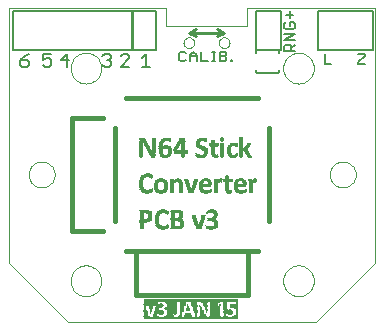
<source format=gto>
G75*
G70*
%OFA0B0*%
%FSLAX24Y24*%
%IPPOS*%
%LPD*%
%AMOC8*
5,1,8,0,0,1.08239X$1,22.5*
%
%ADD10C,0.0000*%
%ADD11C,0.0080*%
%ADD12C,0.0100*%
%ADD13C,0.0060*%
%ADD14C,0.0070*%
%ADD15R,0.3131X0.0006*%
%ADD16R,0.0535X0.0006*%
%ADD17R,0.0403X0.0006*%
%ADD18R,0.1726X0.0006*%
%ADD19R,0.0208X0.0006*%
%ADD20R,0.0183X0.0006*%
%ADD21R,0.0220X0.0006*%
%ADD22R,0.0346X0.0006*%
%ADD23R,0.0126X0.0006*%
%ADD24R,0.0296X0.0006*%
%ADD25R,0.0076X0.0006*%
%ADD26R,0.0239X0.0006*%
%ADD27R,0.0384X0.0006*%
%ADD28R,0.0151X0.0006*%
%ADD29R,0.0176X0.0006*%
%ADD30R,0.0170X0.0006*%
%ADD31R,0.0315X0.0006*%
%ADD32R,0.0094X0.0006*%
%ADD33R,0.0271X0.0006*%
%ADD34R,0.0057X0.0006*%
%ADD35R,0.0214X0.0006*%
%ADD36R,0.0365X0.0006*%
%ADD37R,0.0120X0.0006*%
%ADD38R,0.0157X0.0006*%
%ADD39R,0.0164X0.0006*%
%ADD40R,0.0302X0.0006*%
%ADD41R,0.0088X0.0006*%
%ADD42R,0.0202X0.0006*%
%ADD43R,0.0359X0.0006*%
%ADD44R,0.0101X0.0006*%
%ADD45R,0.0145X0.0006*%
%ADD46R,0.0283X0.0006*%
%ADD47R,0.0265X0.0006*%
%ADD48R,0.0353X0.0006*%
%ADD49R,0.0132X0.0006*%
%ADD50R,0.0139X0.0006*%
%ADD51R,0.0258X0.0006*%
%ADD52R,0.0195X0.0006*%
%ADD53R,0.0189X0.0006*%
%ADD54R,0.0082X0.0006*%
%ADD55R,0.0113X0.0006*%
%ADD56R,0.0069X0.0006*%
%ADD57R,0.0252X0.0006*%
%ADD58R,0.0107X0.0006*%
%ADD59R,0.0246X0.0006*%
%ADD60R,0.0063X0.0006*%
%ADD61R,0.0233X0.0006*%
%ADD62R,0.0227X0.0006*%
%ADD63R,0.0038X0.0006*%
%ADD64R,0.0006X0.0006*%
%ADD65R,0.0290X0.0006*%
%ADD66R,0.0321X0.0006*%
%ADD67R,0.0019X0.0006*%
%ADD68R,0.0050X0.0006*%
%ADD69R,0.0031X0.0006*%
%ADD70R,0.0309X0.0006*%
%ADD71R,0.0044X0.0006*%
%ADD72R,0.0013X0.0006*%
%ADD73R,0.0277X0.0006*%
%ADD74R,0.0025X0.0006*%
%ADD75R,0.0328X0.0006*%
%ADD76R,0.0334X0.0006*%
%ADD77R,0.0340X0.0006*%
%ADD78R,0.0372X0.0006*%
%ADD79R,0.0428X0.0006*%
%ADD80R,0.0409X0.0006*%
%ADD81R,0.0397X0.0006*%
%ADD82R,0.0378X0.0006*%
%ADD83R,0.0643X0.0006*%
%ADD84R,0.0636X0.0006*%
%ADD85R,0.0460X0.0006*%
%ADD86R,0.0454X0.0006*%
%ADD87R,0.0466X0.0006*%
%ADD88R,0.0472X0.0006*%
%ADD89R,0.0485X0.0006*%
%ADD90R,0.0498X0.0006*%
%ADD91R,0.0510X0.0006*%
%ADD92R,0.0435X0.0006*%
%ADD93R,0.0561X0.0006*%
%ADD94R,0.2488X0.0006*%
%ADD95C,0.0160*%
%ADD96R,0.0152X0.0014*%
%ADD97R,0.0097X0.0014*%
%ADD98R,0.0235X0.0014*%
%ADD99R,0.0276X0.0014*%
%ADD100R,0.0152X0.0014*%
%ADD101R,0.0249X0.0014*%
%ADD102R,0.0124X0.0014*%
%ADD103R,0.0290X0.0014*%
%ADD104R,0.0332X0.0014*%
%ADD105R,0.0166X0.0014*%
%ADD106R,0.0304X0.0014*%
%ADD107R,0.0345X0.0014*%
%ADD108R,0.0373X0.0014*%
%ADD109R,0.0193X0.0014*%
%ADD110R,0.0345X0.0014*%
%ADD111R,0.0387X0.0014*%
%ADD112R,0.0359X0.0014*%
%ADD113R,0.0401X0.0014*%
%ADD114R,0.0373X0.0014*%
%ADD115R,0.0414X0.0014*%
%ADD116R,0.0221X0.0014*%
%ADD117R,0.0387X0.0014*%
%ADD118R,0.0428X0.0014*%
%ADD119R,0.0180X0.0014*%
%ADD120R,0.0193X0.0014*%
%ADD121R,0.0111X0.0014*%
%ADD122R,0.0055X0.0014*%
%ADD123R,0.0166X0.0014*%
%ADD124R,0.0083X0.0014*%
%ADD125R,0.0028X0.0014*%
%ADD126R,0.0152X0.0014*%
%ADD127R,0.0180X0.0014*%
%ADD128R,0.0055X0.0014*%
%ADD129R,0.0138X0.0014*%
%ADD130R,0.0028X0.0014*%
%ADD131R,0.0249X0.0014*%
%ADD132R,0.0332X0.0014*%
%ADD133R,0.0207X0.0014*%
%ADD134R,0.0318X0.0014*%
%ADD135R,0.0124X0.0014*%
%ADD136R,0.0262X0.0014*%
%ADD137R,0.0124X0.0014*%
%ADD138R,0.0152X0.0014*%
%ADD139R,0.0138X0.0014*%
%ADD140R,0.0166X0.0014*%
%ADD141R,0.0124X0.0014*%
%ADD142R,0.0138X0.0014*%
%ADD143R,0.0111X0.0014*%
%ADD144R,0.0069X0.0014*%
%ADD145R,0.0359X0.0014*%
%ADD146R,0.0221X0.0014*%
%ADD147R,0.0207X0.0014*%
%ADD148R,0.0235X0.0014*%
%ADD149R,0.0097X0.0014*%
%ADD150R,0.0290X0.0014*%
%ADD151R,0.0041X0.0014*%
%ADD152R,0.0014X0.0014*%
%ADD153R,0.0318X0.0014*%
%ADD154R,0.0083X0.0014*%
%ADD155R,0.0028X0.0014*%
%ADD156R,0.0166X0.0014*%
%ADD157R,0.0055X0.0014*%
%ADD158R,0.0193X0.0014*%
%ADD159R,0.0111X0.0014*%
%ADD160R,0.0124X0.0014*%
%ADD161R,0.0401X0.0014*%
%ADD162R,0.0470X0.0014*%
%ADD163R,0.0497X0.0014*%
%ADD164R,0.0304X0.0014*%
D10*
X000150Y002119D02*
X002119Y000150D01*
X010386Y000150D01*
X012355Y002119D01*
X012355Y010622D01*
X008063Y010622D01*
X008063Y010032D01*
X005386Y010032D01*
X005386Y010622D01*
X000150Y010622D01*
X000150Y002119D01*
X002197Y001528D02*
X002199Y001573D01*
X002205Y001617D01*
X002214Y001661D01*
X002228Y001703D01*
X002245Y001744D01*
X002266Y001784D01*
X002290Y001822D01*
X002317Y001857D01*
X002347Y001890D01*
X002380Y001920D01*
X002415Y001947D01*
X002453Y001971D01*
X002493Y001992D01*
X002534Y002009D01*
X002576Y002023D01*
X002620Y002032D01*
X002664Y002038D01*
X002709Y002040D01*
X002754Y002038D01*
X002798Y002032D01*
X002842Y002023D01*
X002884Y002009D01*
X002925Y001992D01*
X002965Y001971D01*
X003003Y001947D01*
X003038Y001920D01*
X003071Y001890D01*
X003101Y001857D01*
X003128Y001822D01*
X003152Y001784D01*
X003173Y001744D01*
X003190Y001703D01*
X003204Y001661D01*
X003213Y001617D01*
X003219Y001573D01*
X003221Y001528D01*
X003219Y001483D01*
X003213Y001439D01*
X003204Y001395D01*
X003190Y001353D01*
X003173Y001312D01*
X003152Y001272D01*
X003128Y001234D01*
X003101Y001199D01*
X003071Y001166D01*
X003038Y001136D01*
X003003Y001109D01*
X002965Y001085D01*
X002925Y001064D01*
X002884Y001047D01*
X002842Y001033D01*
X002798Y001024D01*
X002754Y001018D01*
X002709Y001016D01*
X002664Y001018D01*
X002620Y001024D01*
X002576Y001033D01*
X002534Y001047D01*
X002493Y001064D01*
X002453Y001085D01*
X002415Y001109D01*
X002380Y001136D01*
X002347Y001166D01*
X002317Y001199D01*
X002290Y001234D01*
X002266Y001272D01*
X002245Y001312D01*
X002228Y001353D01*
X002214Y001395D01*
X002205Y001439D01*
X002199Y001483D01*
X002197Y001528D01*
X000800Y005071D02*
X000802Y005112D01*
X000808Y005153D01*
X000818Y005193D01*
X000831Y005232D01*
X000848Y005269D01*
X000869Y005305D01*
X000893Y005339D01*
X000920Y005370D01*
X000949Y005398D01*
X000982Y005424D01*
X001016Y005446D01*
X001053Y005465D01*
X001091Y005480D01*
X001131Y005492D01*
X001171Y005500D01*
X001212Y005504D01*
X001254Y005504D01*
X001295Y005500D01*
X001335Y005492D01*
X001375Y005480D01*
X001413Y005465D01*
X001449Y005446D01*
X001484Y005424D01*
X001517Y005398D01*
X001546Y005370D01*
X001573Y005339D01*
X001597Y005305D01*
X001618Y005269D01*
X001635Y005232D01*
X001648Y005193D01*
X001658Y005153D01*
X001664Y005112D01*
X001666Y005071D01*
X001664Y005030D01*
X001658Y004989D01*
X001648Y004949D01*
X001635Y004910D01*
X001618Y004873D01*
X001597Y004837D01*
X001573Y004803D01*
X001546Y004772D01*
X001517Y004744D01*
X001484Y004718D01*
X001450Y004696D01*
X001413Y004677D01*
X001375Y004662D01*
X001335Y004650D01*
X001295Y004642D01*
X001254Y004638D01*
X001212Y004638D01*
X001171Y004642D01*
X001131Y004650D01*
X001091Y004662D01*
X001053Y004677D01*
X001017Y004696D01*
X000982Y004718D01*
X000949Y004744D01*
X000920Y004772D01*
X000893Y004803D01*
X000869Y004837D01*
X000848Y004873D01*
X000831Y004910D01*
X000818Y004949D01*
X000808Y004989D01*
X000802Y005030D01*
X000800Y005071D01*
X002197Y008615D02*
X002199Y008660D01*
X002205Y008704D01*
X002214Y008748D01*
X002228Y008790D01*
X002245Y008831D01*
X002266Y008871D01*
X002290Y008909D01*
X002317Y008944D01*
X002347Y008977D01*
X002380Y009007D01*
X002415Y009034D01*
X002453Y009058D01*
X002493Y009079D01*
X002534Y009096D01*
X002576Y009110D01*
X002620Y009119D01*
X002664Y009125D01*
X002709Y009127D01*
X002754Y009125D01*
X002798Y009119D01*
X002842Y009110D01*
X002884Y009096D01*
X002925Y009079D01*
X002965Y009058D01*
X003003Y009034D01*
X003038Y009007D01*
X003071Y008977D01*
X003101Y008944D01*
X003128Y008909D01*
X003152Y008871D01*
X003173Y008831D01*
X003190Y008790D01*
X003204Y008748D01*
X003213Y008704D01*
X003219Y008660D01*
X003221Y008615D01*
X003219Y008570D01*
X003213Y008526D01*
X003204Y008482D01*
X003190Y008440D01*
X003173Y008399D01*
X003152Y008359D01*
X003128Y008321D01*
X003101Y008286D01*
X003071Y008253D01*
X003038Y008223D01*
X003003Y008196D01*
X002965Y008172D01*
X002925Y008151D01*
X002884Y008134D01*
X002842Y008120D01*
X002798Y008111D01*
X002754Y008105D01*
X002709Y008103D01*
X002664Y008105D01*
X002620Y008111D01*
X002576Y008120D01*
X002534Y008134D01*
X002493Y008151D01*
X002453Y008172D01*
X002415Y008196D01*
X002380Y008223D01*
X002347Y008253D01*
X002317Y008286D01*
X002290Y008321D01*
X002266Y008359D01*
X002245Y008399D01*
X002228Y008440D01*
X002214Y008482D01*
X002205Y008526D01*
X002199Y008570D01*
X002197Y008615D01*
X005961Y009465D02*
X005963Y009491D01*
X005969Y009517D01*
X005979Y009542D01*
X005992Y009565D01*
X006008Y009585D01*
X006028Y009603D01*
X006050Y009618D01*
X006073Y009630D01*
X006099Y009638D01*
X006125Y009642D01*
X006151Y009642D01*
X006177Y009638D01*
X006203Y009630D01*
X006227Y009618D01*
X006248Y009603D01*
X006268Y009585D01*
X006284Y009565D01*
X006297Y009542D01*
X006307Y009517D01*
X006313Y009491D01*
X006315Y009465D01*
X006313Y009439D01*
X006307Y009413D01*
X006297Y009388D01*
X006284Y009365D01*
X006268Y009345D01*
X006248Y009327D01*
X006226Y009312D01*
X006203Y009300D01*
X006177Y009292D01*
X006151Y009288D01*
X006125Y009288D01*
X006099Y009292D01*
X006073Y009300D01*
X006049Y009312D01*
X006028Y009327D01*
X006008Y009345D01*
X005992Y009365D01*
X005979Y009388D01*
X005969Y009413D01*
X005963Y009439D01*
X005961Y009465D01*
X007142Y009465D02*
X007144Y009491D01*
X007150Y009517D01*
X007160Y009542D01*
X007173Y009565D01*
X007189Y009585D01*
X007209Y009603D01*
X007231Y009618D01*
X007254Y009630D01*
X007280Y009638D01*
X007306Y009642D01*
X007332Y009642D01*
X007358Y009638D01*
X007384Y009630D01*
X007408Y009618D01*
X007429Y009603D01*
X007449Y009585D01*
X007465Y009565D01*
X007478Y009542D01*
X007488Y009517D01*
X007494Y009491D01*
X007496Y009465D01*
X007494Y009439D01*
X007488Y009413D01*
X007478Y009388D01*
X007465Y009365D01*
X007449Y009345D01*
X007429Y009327D01*
X007407Y009312D01*
X007384Y009300D01*
X007358Y009292D01*
X007332Y009288D01*
X007306Y009288D01*
X007280Y009292D01*
X007254Y009300D01*
X007230Y009312D01*
X007209Y009327D01*
X007189Y009345D01*
X007173Y009365D01*
X007160Y009388D01*
X007150Y009413D01*
X007144Y009439D01*
X007142Y009465D01*
X009284Y008615D02*
X009286Y008660D01*
X009292Y008704D01*
X009301Y008748D01*
X009315Y008790D01*
X009332Y008831D01*
X009353Y008871D01*
X009377Y008909D01*
X009404Y008944D01*
X009434Y008977D01*
X009467Y009007D01*
X009502Y009034D01*
X009540Y009058D01*
X009580Y009079D01*
X009621Y009096D01*
X009663Y009110D01*
X009707Y009119D01*
X009751Y009125D01*
X009796Y009127D01*
X009841Y009125D01*
X009885Y009119D01*
X009929Y009110D01*
X009971Y009096D01*
X010012Y009079D01*
X010052Y009058D01*
X010090Y009034D01*
X010125Y009007D01*
X010158Y008977D01*
X010188Y008944D01*
X010215Y008909D01*
X010239Y008871D01*
X010260Y008831D01*
X010277Y008790D01*
X010291Y008748D01*
X010300Y008704D01*
X010306Y008660D01*
X010308Y008615D01*
X010306Y008570D01*
X010300Y008526D01*
X010291Y008482D01*
X010277Y008440D01*
X010260Y008399D01*
X010239Y008359D01*
X010215Y008321D01*
X010188Y008286D01*
X010158Y008253D01*
X010125Y008223D01*
X010090Y008196D01*
X010052Y008172D01*
X010012Y008151D01*
X009971Y008134D01*
X009929Y008120D01*
X009885Y008111D01*
X009841Y008105D01*
X009796Y008103D01*
X009751Y008105D01*
X009707Y008111D01*
X009663Y008120D01*
X009621Y008134D01*
X009580Y008151D01*
X009540Y008172D01*
X009502Y008196D01*
X009467Y008223D01*
X009434Y008253D01*
X009404Y008286D01*
X009377Y008321D01*
X009353Y008359D01*
X009332Y008399D01*
X009315Y008440D01*
X009301Y008482D01*
X009292Y008526D01*
X009286Y008570D01*
X009284Y008615D01*
X010839Y005071D02*
X010841Y005112D01*
X010847Y005153D01*
X010857Y005193D01*
X010870Y005232D01*
X010887Y005269D01*
X010908Y005305D01*
X010932Y005339D01*
X010959Y005370D01*
X010988Y005398D01*
X011021Y005424D01*
X011055Y005446D01*
X011092Y005465D01*
X011130Y005480D01*
X011170Y005492D01*
X011210Y005500D01*
X011251Y005504D01*
X011293Y005504D01*
X011334Y005500D01*
X011374Y005492D01*
X011414Y005480D01*
X011452Y005465D01*
X011488Y005446D01*
X011523Y005424D01*
X011556Y005398D01*
X011585Y005370D01*
X011612Y005339D01*
X011636Y005305D01*
X011657Y005269D01*
X011674Y005232D01*
X011687Y005193D01*
X011697Y005153D01*
X011703Y005112D01*
X011705Y005071D01*
X011703Y005030D01*
X011697Y004989D01*
X011687Y004949D01*
X011674Y004910D01*
X011657Y004873D01*
X011636Y004837D01*
X011612Y004803D01*
X011585Y004772D01*
X011556Y004744D01*
X011523Y004718D01*
X011489Y004696D01*
X011452Y004677D01*
X011414Y004662D01*
X011374Y004650D01*
X011334Y004642D01*
X011293Y004638D01*
X011251Y004638D01*
X011210Y004642D01*
X011170Y004650D01*
X011130Y004662D01*
X011092Y004677D01*
X011056Y004696D01*
X011021Y004718D01*
X010988Y004744D01*
X010959Y004772D01*
X010932Y004803D01*
X010908Y004837D01*
X010887Y004873D01*
X010870Y004910D01*
X010857Y004949D01*
X010847Y004989D01*
X010841Y005030D01*
X010839Y005071D01*
X009284Y001528D02*
X009286Y001573D01*
X009292Y001617D01*
X009301Y001661D01*
X009315Y001703D01*
X009332Y001744D01*
X009353Y001784D01*
X009377Y001822D01*
X009404Y001857D01*
X009434Y001890D01*
X009467Y001920D01*
X009502Y001947D01*
X009540Y001971D01*
X009580Y001992D01*
X009621Y002009D01*
X009663Y002023D01*
X009707Y002032D01*
X009751Y002038D01*
X009796Y002040D01*
X009841Y002038D01*
X009885Y002032D01*
X009929Y002023D01*
X009971Y002009D01*
X010012Y001992D01*
X010052Y001971D01*
X010090Y001947D01*
X010125Y001920D01*
X010158Y001890D01*
X010188Y001857D01*
X010215Y001822D01*
X010239Y001784D01*
X010260Y001744D01*
X010277Y001703D01*
X010291Y001661D01*
X010300Y001617D01*
X010306Y001573D01*
X010308Y001528D01*
X010306Y001483D01*
X010300Y001439D01*
X010291Y001395D01*
X010277Y001353D01*
X010260Y001312D01*
X010239Y001272D01*
X010215Y001234D01*
X010188Y001199D01*
X010158Y001166D01*
X010125Y001136D01*
X010090Y001109D01*
X010052Y001085D01*
X010012Y001064D01*
X009971Y001047D01*
X009929Y001033D01*
X009885Y001024D01*
X009841Y001018D01*
X009796Y001016D01*
X009751Y001018D01*
X009707Y001024D01*
X009663Y001033D01*
X009621Y001047D01*
X009580Y001064D01*
X009540Y001085D01*
X009502Y001109D01*
X009467Y001136D01*
X009434Y001166D01*
X009404Y001199D01*
X009377Y001234D01*
X009353Y001272D01*
X009332Y001312D01*
X009315Y001353D01*
X009301Y001395D01*
X009292Y001439D01*
X009286Y001483D01*
X009284Y001528D01*
D11*
X009074Y008443D02*
X008444Y008443D01*
X008428Y008448D01*
X008412Y008456D01*
X008398Y008466D01*
X008386Y008478D01*
X008376Y008493D01*
X008369Y008509D01*
X008365Y008526D01*
X008364Y008543D01*
X008366Y008561D01*
X008366Y009112D02*
X008364Y009130D01*
X008365Y009147D01*
X008369Y009164D01*
X008376Y009180D01*
X008386Y009195D01*
X008398Y009207D01*
X008412Y009217D01*
X008428Y009225D01*
X008444Y009230D01*
X009074Y009230D01*
X009075Y009230D02*
X009091Y009225D01*
X009107Y009217D01*
X009121Y009207D01*
X009133Y009195D01*
X009143Y009180D01*
X009150Y009164D01*
X009154Y009147D01*
X009155Y009130D01*
X009153Y009112D01*
X009197Y009225D02*
X008370Y009225D01*
X008370Y010524D01*
X009197Y010524D01*
X009197Y009225D01*
X009153Y008561D02*
X009155Y008543D01*
X009154Y008526D01*
X009150Y008509D01*
X009143Y008493D01*
X009133Y008478D01*
X009121Y008466D01*
X009107Y008456D01*
X009091Y008448D01*
X009075Y008443D01*
X010457Y009225D02*
X010457Y010524D01*
X012284Y010524D01*
X012284Y009225D01*
X010457Y009225D01*
X005044Y009221D02*
X000280Y009221D01*
X000280Y010520D01*
X005044Y010520D01*
X005044Y009221D01*
X004718Y009087D02*
X004718Y008666D01*
X004578Y008666D02*
X004858Y008666D01*
X004578Y008947D02*
X004718Y009087D01*
X004149Y009017D02*
X004149Y008947D01*
X003869Y008666D01*
X004149Y008666D01*
X004149Y009017D02*
X004079Y009087D01*
X003939Y009087D01*
X003869Y009017D01*
X003539Y009017D02*
X003539Y008947D01*
X003469Y008877D01*
X003539Y008806D01*
X003539Y008736D01*
X003469Y008666D01*
X003329Y008666D01*
X003259Y008736D01*
X003399Y008877D02*
X003469Y008877D01*
X003539Y009017D02*
X003469Y009087D01*
X003329Y009087D01*
X003259Y009017D01*
X002161Y008877D02*
X001881Y008877D01*
X002091Y009087D01*
X002091Y008666D01*
X001551Y008736D02*
X001481Y008666D01*
X001341Y008666D01*
X001271Y008736D01*
X001271Y008877D02*
X001411Y008947D01*
X001481Y008947D01*
X001551Y008877D01*
X001551Y008736D01*
X001271Y008877D02*
X001271Y009087D01*
X001551Y009087D01*
X000803Y009087D02*
X000663Y009017D01*
X000523Y008877D01*
X000733Y008877D01*
X000803Y008806D01*
X000803Y008736D01*
X000733Y008666D01*
X000593Y008666D01*
X000523Y008736D01*
X000523Y008877D01*
D12*
X004244Y009264D02*
X004244Y010504D01*
X006134Y009796D02*
X006370Y009678D01*
X006370Y009914D02*
X006134Y009796D01*
X007315Y009796D01*
X007079Y009914D01*
X007079Y009678D02*
X007315Y009796D01*
D13*
X009327Y009771D02*
X009667Y009771D01*
X009327Y009544D01*
X009667Y009544D01*
X009667Y009403D02*
X009554Y009289D01*
X009554Y009346D02*
X009497Y009403D01*
X009384Y009403D01*
X009327Y009346D01*
X009327Y009176D01*
X009667Y009176D01*
X009554Y009176D02*
X009554Y009346D01*
X009611Y009912D02*
X009384Y009912D01*
X009327Y009969D01*
X009327Y010082D01*
X009384Y010139D01*
X009497Y010139D02*
X009497Y010026D01*
X009497Y010139D02*
X009611Y010139D01*
X009667Y010082D01*
X009667Y009969D01*
X009611Y009912D01*
X009497Y010281D02*
X009497Y010507D01*
X009384Y010394D02*
X009611Y010394D01*
D14*
X010673Y009092D02*
X010673Y008761D01*
X010893Y008761D01*
X011778Y008761D02*
X011998Y008761D01*
X011778Y008761D02*
X011778Y008816D01*
X011998Y009037D01*
X011998Y009092D01*
X011778Y009092D01*
X007586Y008895D02*
X007586Y008840D01*
X007531Y008840D01*
X007531Y008895D01*
X007586Y008895D01*
X007383Y008895D02*
X007383Y008950D01*
X007328Y009005D01*
X007163Y009005D01*
X007163Y008840D02*
X007328Y008840D01*
X007383Y008895D01*
X007328Y009005D02*
X007383Y009060D01*
X007383Y009115D01*
X007328Y009170D01*
X007163Y009170D01*
X007163Y008840D01*
X007027Y008840D02*
X006917Y008840D01*
X006972Y008840D02*
X006972Y009170D01*
X006917Y009170D02*
X007027Y009170D01*
X006769Y008840D02*
X006549Y008840D01*
X006549Y009170D01*
X006401Y009060D02*
X006401Y008840D01*
X006401Y009005D02*
X006181Y009005D01*
X006181Y009060D02*
X006181Y008840D01*
X006032Y008895D02*
X005977Y008840D01*
X005867Y008840D01*
X005812Y008895D01*
X005812Y009115D01*
X005867Y009170D01*
X005977Y009170D01*
X006032Y009115D01*
X006181Y009060D02*
X006291Y009170D01*
X006401Y009060D01*
D15*
X006207Y000878D03*
X006207Y000871D03*
X006207Y000865D03*
X006207Y000859D03*
X006207Y000852D03*
X006207Y000846D03*
X006207Y000840D03*
X006207Y000833D03*
X006207Y000298D03*
X006207Y000292D03*
X006207Y000285D03*
X006207Y000279D03*
X006207Y000273D03*
X006207Y000267D03*
X006207Y000260D03*
X006207Y000254D03*
D16*
X004910Y000304D03*
X004910Y000821D03*
D17*
X005537Y000575D03*
X005474Y000304D03*
D18*
X006614Y000304D03*
D19*
X006119Y000411D03*
X006119Y000418D03*
X006315Y000758D03*
X006315Y000764D03*
X006315Y000770D03*
X005949Y000802D03*
X005949Y000808D03*
X005156Y000632D03*
X005149Y000626D03*
X007669Y000304D03*
D20*
X007499Y000411D03*
X006661Y000802D03*
X006327Y000701D03*
X006327Y000695D03*
X006327Y000689D03*
X005937Y000726D03*
X005937Y000733D03*
X005937Y000739D03*
X006604Y000355D03*
X005200Y000411D03*
X004733Y000311D03*
D21*
X005036Y000311D03*
X005162Y000644D03*
X005168Y000651D03*
X005168Y000657D03*
X005521Y000399D03*
X005521Y000393D03*
X005527Y000405D03*
X006119Y000399D03*
X006119Y000393D03*
X006308Y000796D03*
X006308Y000802D03*
X006655Y000821D03*
D22*
X007020Y000808D03*
X005565Y000752D03*
X005565Y000745D03*
X005565Y000739D03*
X005565Y000670D03*
X005565Y000663D03*
X005565Y000657D03*
X005565Y000651D03*
X005565Y000544D03*
X005477Y000311D03*
D23*
X005833Y000311D03*
X006122Y000537D03*
X005908Y000569D03*
X005908Y000575D03*
X005908Y000581D03*
X006356Y000537D03*
X006356Y000531D03*
X006576Y000462D03*
X006576Y000456D03*
X006689Y000701D03*
X007363Y000821D03*
X005020Y000361D03*
X005020Y000355D03*
X005020Y000348D03*
X004705Y000424D03*
X004705Y000430D03*
X004705Y000437D03*
D24*
X005149Y000481D03*
X005149Y000487D03*
X006119Y000311D03*
X007455Y000430D03*
X007455Y000437D03*
X007455Y000500D03*
X007455Y000506D03*
D25*
X007735Y000569D03*
X007735Y000386D03*
X007735Y000380D03*
X007162Y000676D03*
X006715Y000613D03*
X006715Y000607D03*
X006551Y000556D03*
X006551Y000550D03*
X006381Y000399D03*
X006381Y000393D03*
X006381Y000386D03*
X006393Y000311D03*
X006122Y000613D03*
X005883Y000437D03*
X005883Y000430D03*
X005852Y000342D03*
X005852Y000336D03*
X005845Y000330D03*
X004680Y000575D03*
X004680Y000581D03*
X004680Y000588D03*
D26*
X005133Y000525D03*
X005511Y000367D03*
X006122Y000367D03*
X005952Y000821D03*
X006311Y000815D03*
X006620Y000311D03*
X006967Y000676D03*
X006967Y000682D03*
X006967Y000689D03*
X006967Y000695D03*
X006967Y000701D03*
X006967Y000707D03*
X006967Y000714D03*
X006967Y000720D03*
X006967Y000726D03*
X006967Y000733D03*
D27*
X007026Y000821D03*
X007020Y000311D03*
X005546Y000569D03*
X005546Y000600D03*
X005546Y000802D03*
D28*
X005203Y000720D03*
X004718Y000361D03*
X004718Y000355D03*
X004718Y000348D03*
X005921Y000638D03*
X005921Y000644D03*
X005921Y000651D03*
X006343Y000613D03*
X006343Y000607D03*
X006343Y000600D03*
X006589Y000418D03*
X006589Y000411D03*
X006677Y000745D03*
X006677Y000752D03*
X007370Y000311D03*
D29*
X007685Y000311D03*
X007685Y000626D03*
X006664Y000789D03*
X006664Y000796D03*
X006330Y000682D03*
X006330Y000676D03*
X006330Y000670D03*
X005933Y000714D03*
X005933Y000720D03*
X006601Y000367D03*
X006601Y000361D03*
X005133Y000613D03*
X005033Y000317D03*
D30*
X004727Y000317D03*
X004878Y000676D03*
X004878Y000682D03*
X005930Y000695D03*
X005930Y000701D03*
X005930Y000707D03*
X006333Y000663D03*
X006333Y000657D03*
X006333Y000651D03*
X006598Y000380D03*
X006598Y000374D03*
X006667Y000783D03*
D31*
X005581Y000487D03*
X005581Y000481D03*
X005581Y000474D03*
X005581Y000468D03*
X005581Y000462D03*
X005581Y000456D03*
X005581Y000449D03*
X005581Y000443D03*
X005581Y000437D03*
X005581Y000430D03*
X005574Y000418D03*
X005574Y000411D03*
X005480Y000317D03*
X005140Y000424D03*
X005140Y000430D03*
X005133Y000418D03*
X005146Y000443D03*
X005146Y000449D03*
X005146Y000456D03*
D32*
X005086Y000594D03*
X004878Y000569D03*
X004878Y000563D03*
X004878Y000556D03*
X004689Y000531D03*
X004689Y000525D03*
X004689Y000519D03*
X005836Y000317D03*
X005893Y000481D03*
X005893Y000487D03*
X005893Y000493D03*
X006119Y000581D03*
X006119Y000588D03*
X006371Y000449D03*
X006371Y000443D03*
X006560Y000519D03*
X006560Y000525D03*
X006705Y000638D03*
X006705Y000644D03*
X007726Y000361D03*
D33*
X007637Y000632D03*
X007637Y000638D03*
X007637Y000644D03*
X007637Y000651D03*
X007637Y000657D03*
X007637Y000663D03*
X007637Y000670D03*
X007637Y000676D03*
X007637Y000682D03*
X007637Y000689D03*
X007637Y000695D03*
X007637Y000701D03*
X007637Y000707D03*
X007637Y000714D03*
X007637Y000720D03*
X007637Y000726D03*
X007637Y000733D03*
X006982Y000758D03*
X006119Y000323D03*
X006119Y000317D03*
X005496Y000336D03*
X005143Y000512D03*
D34*
X005212Y000745D03*
X004878Y000506D03*
X004878Y000500D03*
X004878Y000493D03*
X004670Y000632D03*
X004670Y000638D03*
X004670Y000644D03*
X004670Y000689D03*
X006119Y000651D03*
X006119Y000644D03*
X006119Y000638D03*
X006390Y000348D03*
X006390Y000342D03*
X006390Y000336D03*
X006390Y000330D03*
X006390Y000323D03*
X006390Y000317D03*
X006541Y000588D03*
X006541Y000594D03*
X006724Y000575D03*
X006724Y000569D03*
X007171Y000689D03*
X007744Y000537D03*
X007744Y000531D03*
X007744Y000525D03*
X007744Y000519D03*
X007744Y000437D03*
X007744Y000430D03*
X007744Y000424D03*
X007744Y000418D03*
D35*
X006620Y000317D03*
X006122Y000405D03*
X006311Y000777D03*
X006311Y000783D03*
X006311Y000789D03*
X005952Y000815D03*
X005159Y000638D03*
X005121Y000531D03*
D36*
X005556Y000556D03*
X005556Y000619D03*
X005556Y000783D03*
X007017Y000317D03*
D37*
X007367Y000317D03*
X007367Y000544D03*
X007713Y000607D03*
X007713Y000336D03*
X006693Y000689D03*
X006693Y000695D03*
X006573Y000474D03*
X006573Y000468D03*
X006359Y000512D03*
X006359Y000519D03*
X006359Y000525D03*
X006119Y000544D03*
X006119Y000550D03*
X005905Y000550D03*
X005905Y000556D03*
X005905Y000563D03*
X005080Y000544D03*
X005080Y000537D03*
X005023Y000380D03*
X005023Y000374D03*
X005023Y000367D03*
X004878Y000594D03*
X004878Y000600D03*
X004878Y000607D03*
X004878Y000613D03*
X004702Y000456D03*
X004702Y000449D03*
X004702Y000443D03*
D38*
X004721Y000342D03*
X004721Y000336D03*
X004721Y000330D03*
X005023Y000323D03*
X004878Y000657D03*
X004878Y000663D03*
X004878Y000670D03*
X005924Y000670D03*
X005924Y000663D03*
X005924Y000657D03*
X006340Y000626D03*
X006340Y000619D03*
X006592Y000405D03*
X006592Y000399D03*
X006674Y000758D03*
X006674Y000764D03*
X007694Y000317D03*
D39*
X007502Y000405D03*
X006670Y000770D03*
X006670Y000777D03*
X006337Y000644D03*
X006337Y000638D03*
X006337Y000632D03*
X006595Y000393D03*
X006595Y000386D03*
X005927Y000676D03*
X005927Y000682D03*
X005927Y000689D03*
X005196Y000714D03*
X005203Y000405D03*
X004724Y000323D03*
D40*
X005486Y000323D03*
X006998Y000777D03*
X007458Y000493D03*
X007458Y000487D03*
X007458Y000481D03*
X007458Y000474D03*
X007458Y000468D03*
X007458Y000462D03*
X007458Y000456D03*
X007458Y000449D03*
X007458Y000443D03*
D41*
X007351Y000411D03*
X007351Y000405D03*
X007351Y000336D03*
X007351Y000330D03*
X007729Y000367D03*
X007729Y000588D03*
X007729Y000739D03*
X007729Y000745D03*
X007729Y000815D03*
X007729Y000821D03*
X007156Y000670D03*
X006708Y000632D03*
X006708Y000626D03*
X006557Y000531D03*
X006374Y000437D03*
X006374Y000430D03*
X006374Y000424D03*
X006122Y000594D03*
X005889Y000474D03*
X005889Y000468D03*
X005889Y000462D03*
X005839Y000323D03*
X005209Y000739D03*
X004686Y000550D03*
X004686Y000544D03*
X004686Y000537D03*
D42*
X005946Y000783D03*
X005946Y000789D03*
X005946Y000796D03*
X006318Y000752D03*
X006318Y000745D03*
X006318Y000739D03*
X006122Y000424D03*
X006614Y000330D03*
X006614Y000323D03*
D43*
X007020Y000323D03*
X007026Y000815D03*
X005559Y000777D03*
X005559Y000770D03*
X005559Y000632D03*
X005559Y000626D03*
D44*
X005896Y000512D03*
X005896Y000506D03*
X005896Y000500D03*
X006122Y000575D03*
X006368Y000468D03*
X006368Y000462D03*
X006368Y000456D03*
X006563Y000506D03*
X006563Y000512D03*
X006702Y000651D03*
X006702Y000657D03*
X007357Y000323D03*
X007722Y000355D03*
X007722Y000594D03*
X005089Y000600D03*
X005089Y000607D03*
X005083Y000588D03*
X005083Y000581D03*
X005083Y000575D03*
X004693Y000512D03*
X004693Y000506D03*
X004693Y000500D03*
D45*
X004715Y000380D03*
X004715Y000374D03*
X004715Y000367D03*
X004878Y000638D03*
X004878Y000644D03*
X004878Y000651D03*
X005023Y000330D03*
X005918Y000619D03*
X005918Y000626D03*
X005918Y000632D03*
X006119Y000512D03*
X006346Y000581D03*
X006346Y000588D03*
X006346Y000594D03*
X006585Y000430D03*
X006585Y000424D03*
X006680Y000733D03*
X006680Y000739D03*
X007505Y000399D03*
X007700Y000323D03*
X007700Y000619D03*
D46*
X007448Y000525D03*
X005489Y000330D03*
X005149Y000500D03*
D47*
X005499Y000342D03*
X006122Y000330D03*
X007439Y000537D03*
D48*
X007023Y000537D03*
X007023Y000531D03*
X007023Y000525D03*
X007023Y000519D03*
X007023Y000512D03*
X007023Y000506D03*
X007023Y000500D03*
X007023Y000493D03*
X007023Y000487D03*
X007023Y000481D03*
X007023Y000474D03*
X007023Y000468D03*
X007023Y000462D03*
X007023Y000456D03*
X007023Y000449D03*
X007023Y000443D03*
X007023Y000437D03*
X007023Y000430D03*
X007023Y000424D03*
X007023Y000418D03*
X007023Y000411D03*
X007023Y000405D03*
X007023Y000399D03*
X007023Y000393D03*
X007023Y000386D03*
X007023Y000380D03*
X007023Y000374D03*
X007023Y000367D03*
X007023Y000361D03*
X007023Y000355D03*
X007023Y000348D03*
X007023Y000342D03*
X007023Y000336D03*
X007023Y000330D03*
X007023Y000544D03*
X007023Y000550D03*
X007023Y000556D03*
X007023Y000563D03*
X007023Y000569D03*
X007023Y000575D03*
X007023Y000581D03*
X007023Y000588D03*
X007023Y000594D03*
X007023Y000600D03*
X007023Y000607D03*
X007023Y000613D03*
X007023Y000619D03*
X007023Y000626D03*
X007023Y000632D03*
X007023Y000638D03*
X007023Y000644D03*
X007023Y000651D03*
X007023Y000657D03*
X007023Y000663D03*
X005562Y000644D03*
X005562Y000638D03*
X005562Y000550D03*
X005562Y000758D03*
X005562Y000764D03*
D49*
X005206Y000726D03*
X004878Y000632D03*
X004878Y000626D03*
X004878Y000619D03*
X004708Y000418D03*
X004708Y000411D03*
X004708Y000405D03*
X005911Y000588D03*
X005911Y000594D03*
X005911Y000600D03*
X006119Y000531D03*
X006119Y000525D03*
X006352Y000544D03*
X006352Y000550D03*
X006352Y000556D03*
X006579Y000449D03*
X006579Y000443D03*
X006686Y000707D03*
X006686Y000714D03*
X007707Y000613D03*
X007707Y000330D03*
D50*
X006683Y000720D03*
X006683Y000726D03*
X006582Y000437D03*
X006349Y000563D03*
X006349Y000569D03*
X006349Y000575D03*
X006122Y000519D03*
X005915Y000607D03*
X005915Y000613D03*
X005203Y000399D03*
X005020Y000342D03*
X005020Y000336D03*
X004711Y000386D03*
X004711Y000393D03*
X004711Y000399D03*
D51*
X005502Y000348D03*
X006119Y000342D03*
X006119Y000336D03*
X006308Y000821D03*
X006976Y000752D03*
D52*
X006655Y000815D03*
X006321Y000733D03*
X006321Y000726D03*
X006321Y000720D03*
X005943Y000764D03*
X005943Y000770D03*
X005943Y000777D03*
X006611Y000336D03*
X005143Y000619D03*
X004878Y000689D03*
D53*
X005940Y000745D03*
X005940Y000752D03*
X005940Y000758D03*
X006324Y000714D03*
X006324Y000707D03*
X006658Y000808D03*
X006607Y000348D03*
X006607Y000342D03*
D54*
X006554Y000537D03*
X006554Y000544D03*
X006711Y000619D03*
X006378Y000418D03*
X006378Y000411D03*
X006378Y000405D03*
X006119Y000600D03*
X006119Y000607D03*
X005886Y000456D03*
X005886Y000449D03*
X005886Y000443D03*
X005691Y000405D03*
X004878Y000537D03*
X004878Y000544D03*
X004878Y000550D03*
X004683Y000556D03*
X004683Y000563D03*
X004683Y000569D03*
X007348Y000399D03*
X007348Y000393D03*
X007348Y000386D03*
X007348Y000380D03*
X007348Y000374D03*
X007348Y000367D03*
X007348Y000361D03*
X007348Y000355D03*
X007348Y000348D03*
X007348Y000342D03*
X007505Y000544D03*
X007732Y000575D03*
X007732Y000581D03*
X007732Y000752D03*
X007732Y000758D03*
X007732Y000764D03*
X007732Y000770D03*
X007732Y000777D03*
X007732Y000783D03*
X007732Y000789D03*
X007732Y000796D03*
X007732Y000802D03*
X007732Y000808D03*
X007732Y000374D03*
D55*
X007716Y000342D03*
X007508Y000393D03*
X007363Y000550D03*
X007363Y000815D03*
X006696Y000682D03*
X006696Y000676D03*
X006570Y000487D03*
X006570Y000481D03*
X006362Y000493D03*
X006362Y000500D03*
X006362Y000506D03*
X006122Y000556D03*
X005902Y000544D03*
X005902Y000537D03*
X005902Y000531D03*
X005209Y000393D03*
X005033Y000411D03*
X005026Y000399D03*
X005026Y000393D03*
X005026Y000386D03*
X005077Y000550D03*
X005209Y000733D03*
X004699Y000474D03*
X004699Y000468D03*
X004699Y000462D03*
D56*
X004677Y000594D03*
X004677Y000600D03*
X004677Y000607D03*
X004878Y000531D03*
X004878Y000525D03*
X004878Y000519D03*
X004878Y000512D03*
X005212Y000386D03*
X005855Y000348D03*
X005861Y000355D03*
X005861Y000361D03*
X005867Y000374D03*
X005874Y000393D03*
X005874Y000399D03*
X005874Y000405D03*
X005880Y000411D03*
X005880Y000418D03*
X005880Y000424D03*
X006119Y000619D03*
X006119Y000626D03*
X006384Y000380D03*
X006384Y000374D03*
X006384Y000367D03*
X006548Y000563D03*
X006548Y000569D03*
X006718Y000594D03*
X006718Y000600D03*
X007511Y000386D03*
X007738Y000393D03*
X007738Y000399D03*
X007738Y000556D03*
X007738Y000563D03*
D57*
X006973Y000745D03*
X006122Y000348D03*
X005140Y000519D03*
D58*
X005080Y000556D03*
X005080Y000563D03*
X005080Y000569D03*
X004878Y000575D03*
X004878Y000581D03*
X004878Y000588D03*
X004696Y000493D03*
X004696Y000487D03*
X004696Y000481D03*
X005030Y000405D03*
X005899Y000519D03*
X005899Y000525D03*
X006119Y000563D03*
X006119Y000569D03*
X006365Y000487D03*
X006365Y000481D03*
X006365Y000474D03*
X006567Y000493D03*
X006567Y000500D03*
X006699Y000663D03*
X006699Y000670D03*
X007360Y000670D03*
X007360Y000676D03*
X007360Y000682D03*
X007360Y000689D03*
X007360Y000695D03*
X007360Y000701D03*
X007360Y000707D03*
X007360Y000714D03*
X007360Y000720D03*
X007360Y000726D03*
X007360Y000733D03*
X007360Y000739D03*
X007360Y000745D03*
X007360Y000752D03*
X007360Y000758D03*
X007360Y000764D03*
X007360Y000770D03*
X007360Y000777D03*
X007360Y000783D03*
X007360Y000789D03*
X007360Y000796D03*
X007360Y000802D03*
X007360Y000808D03*
X007360Y000663D03*
X007360Y000657D03*
X007360Y000651D03*
X007360Y000644D03*
X007360Y000638D03*
X007360Y000632D03*
X007360Y000626D03*
X007360Y000619D03*
X007360Y000613D03*
X007360Y000607D03*
X007360Y000600D03*
X007360Y000594D03*
X007360Y000588D03*
X007360Y000581D03*
X007360Y000575D03*
X007360Y000569D03*
X007360Y000563D03*
X007360Y000556D03*
X007719Y000600D03*
X007719Y000348D03*
D59*
X006970Y000670D03*
X006970Y000739D03*
X006119Y000361D03*
X006119Y000355D03*
X005508Y000355D03*
X005508Y000361D03*
D60*
X005694Y000399D03*
X005864Y000367D03*
X005870Y000380D03*
X005870Y000386D03*
X006122Y000632D03*
X006387Y000361D03*
X006387Y000355D03*
X006544Y000575D03*
X006544Y000581D03*
X006721Y000581D03*
X006721Y000588D03*
X007168Y000682D03*
X007741Y000550D03*
X007741Y000544D03*
X007741Y000411D03*
X007741Y000405D03*
X004674Y000613D03*
X004674Y000619D03*
X004674Y000626D03*
D61*
X005168Y000689D03*
X005515Y000374D03*
X006119Y000374D03*
X006119Y000380D03*
X006308Y000808D03*
D62*
X006122Y000386D03*
X005518Y000386D03*
X005518Y000380D03*
X005171Y000663D03*
X005171Y000670D03*
X005171Y000676D03*
X005171Y000682D03*
D63*
X005694Y000393D03*
X006532Y000626D03*
X006532Y000632D03*
X006733Y000537D03*
X006733Y000531D03*
D64*
X006749Y000474D03*
X006749Y000468D03*
X006516Y000689D03*
X006516Y000695D03*
X006516Y000701D03*
X006119Y000714D03*
X006119Y000720D03*
X006119Y000726D03*
X007196Y000714D03*
X004878Y000424D03*
X004878Y000418D03*
X004878Y000411D03*
D65*
X005146Y000493D03*
X006992Y000770D03*
X007452Y000519D03*
X007452Y000512D03*
X007452Y000424D03*
X007452Y000418D03*
D66*
X007007Y000789D03*
X005578Y000506D03*
X005578Y000500D03*
X005578Y000493D03*
X005578Y000424D03*
X005143Y000437D03*
D67*
X004878Y000437D03*
X004878Y000443D03*
X004878Y000430D03*
X006119Y000695D03*
X006119Y000701D03*
X006119Y000707D03*
X006522Y000670D03*
X006522Y000663D03*
X006743Y000500D03*
X006743Y000493D03*
X007190Y000707D03*
D68*
X006727Y000563D03*
X006727Y000556D03*
X006538Y000600D03*
X006538Y000607D03*
X007748Y000512D03*
X007748Y000506D03*
X007748Y000500D03*
X007748Y000493D03*
X007748Y000487D03*
X007748Y000481D03*
X007748Y000474D03*
X007748Y000468D03*
X007748Y000462D03*
X007748Y000456D03*
X007748Y000449D03*
X007748Y000443D03*
X004667Y000651D03*
X004667Y000657D03*
X004667Y000663D03*
X004667Y000670D03*
X004667Y000676D03*
X004667Y000682D03*
D69*
X004878Y000468D03*
X004878Y000462D03*
X004878Y000456D03*
X004878Y000449D03*
X006119Y000676D03*
X006119Y000682D03*
X006119Y000689D03*
X006529Y000644D03*
X006529Y000638D03*
X006737Y000525D03*
X006737Y000519D03*
X007184Y000701D03*
D70*
X007001Y000783D03*
X005149Y000474D03*
X005149Y000468D03*
X005149Y000462D03*
D71*
X004878Y000474D03*
X004878Y000481D03*
X004878Y000487D03*
X006119Y000657D03*
X006119Y000663D03*
X006119Y000670D03*
X006535Y000619D03*
X006535Y000613D03*
X006730Y000550D03*
X006730Y000544D03*
X007178Y000695D03*
D72*
X006746Y000487D03*
X006746Y000481D03*
X006519Y000676D03*
X006519Y000682D03*
D73*
X006985Y000764D03*
X007445Y000531D03*
X005146Y000506D03*
D74*
X006526Y000651D03*
X006526Y000657D03*
X006740Y000512D03*
X006740Y000506D03*
D75*
X007011Y000796D03*
X005574Y000519D03*
X005574Y000512D03*
D76*
X005571Y000525D03*
D77*
X005568Y000531D03*
X005568Y000537D03*
X005568Y000676D03*
X005568Y000682D03*
X005568Y000689D03*
X005568Y000695D03*
X005568Y000701D03*
X005568Y000707D03*
X005568Y000714D03*
X005568Y000720D03*
X005568Y000726D03*
X005568Y000733D03*
X007017Y000802D03*
D78*
X005552Y000789D03*
X005552Y000613D03*
X005552Y000563D03*
D79*
X005524Y000581D03*
D80*
X005533Y000588D03*
X005533Y000815D03*
D81*
X005540Y000808D03*
X005540Y000594D03*
D82*
X005549Y000607D03*
X005549Y000796D03*
D83*
X004963Y000701D03*
X004963Y000695D03*
D84*
X004960Y000707D03*
D85*
X004872Y000714D03*
X004872Y000783D03*
D86*
X004869Y000777D03*
X004869Y000770D03*
X004869Y000764D03*
X004869Y000758D03*
X004869Y000752D03*
X004869Y000745D03*
X004869Y000739D03*
X004869Y000733D03*
X004869Y000726D03*
X004869Y000720D03*
D87*
X004875Y000789D03*
D88*
X004878Y000796D03*
D89*
X004885Y000802D03*
D90*
X004891Y000808D03*
D91*
X004897Y000815D03*
D92*
X005533Y000821D03*
D93*
X004922Y000827D03*
D94*
X006529Y000827D03*
D95*
X008122Y001071D02*
X008122Y002512D01*
X008449Y002512D01*
X008122Y002512D02*
X004382Y002512D01*
X004382Y001071D01*
X008122Y001071D01*
X008811Y003532D02*
X008811Y006611D01*
X008449Y007630D02*
X004056Y007630D01*
X003292Y006941D02*
X002252Y006941D01*
X002252Y003201D01*
X003292Y003201D01*
X003693Y003532D02*
X003693Y006611D01*
X004056Y002512D02*
X004382Y002512D01*
D96*
X005282Y003227D03*
X005075Y003627D03*
X006885Y003227D03*
X006995Y003627D03*
D97*
X006760Y003323D03*
X007037Y004442D03*
X008004Y004525D03*
X007727Y005713D03*
X007727Y006003D03*
X005779Y004912D03*
X004564Y003240D03*
D98*
X005282Y003240D03*
X005213Y004442D03*
X005227Y004898D03*
X005779Y004871D03*
X006526Y005990D03*
X005904Y006155D03*
X006885Y003572D03*
D99*
X005690Y003240D03*
X005289Y003848D03*
X005220Y004456D03*
X004764Y005050D03*
X006560Y005962D03*
X006601Y005934D03*
X006974Y006003D03*
X007624Y005658D03*
X007638Y006059D03*
X007430Y004815D03*
X007113Y004815D03*
X007113Y004829D03*
X007113Y004843D03*
X008273Y004843D03*
X008273Y004829D03*
X008273Y004815D03*
D100*
X008211Y004774D03*
X008211Y004760D03*
X008335Y004857D03*
X007962Y004829D03*
X007879Y004428D03*
X007423Y004525D03*
X007050Y004760D03*
X007050Y004774D03*
X006802Y004829D03*
X006719Y004428D03*
X006222Y004442D03*
X005862Y004788D03*
X005849Y004801D03*
X005600Y004774D03*
X005337Y004525D03*
X005227Y004912D03*
X004578Y004912D03*
X004564Y004884D03*
X004564Y004622D03*
X004564Y004608D03*
X004578Y004594D03*
X004757Y004428D03*
X004840Y003752D03*
X004854Y003724D03*
X004840Y003586D03*
X005075Y003461D03*
X005089Y003420D03*
X005089Y003406D03*
X005089Y003682D03*
X005116Y003724D03*
X005862Y003765D03*
X005876Y003752D03*
X005904Y003489D03*
X005918Y003461D03*
X005918Y003379D03*
X005904Y003351D03*
X006470Y003240D03*
X007050Y003379D03*
X007050Y003392D03*
X007050Y003406D03*
X007050Y003420D03*
X007050Y003434D03*
X007050Y003448D03*
X007009Y003641D03*
X007023Y003752D03*
X006968Y005713D03*
X006691Y005727D03*
X006705Y005838D03*
X006456Y006045D03*
X006470Y006169D03*
X005489Y005921D03*
X005476Y005713D03*
X005213Y005907D03*
X004951Y005644D03*
X004743Y006003D03*
X008045Y005838D03*
X008073Y005796D03*
X008114Y005727D03*
X008156Y005658D03*
X008100Y006003D03*
X008114Y006017D03*
D101*
X007955Y005893D03*
X007638Y006072D03*
X007624Y005644D03*
X007859Y004884D03*
X006629Y005907D03*
X006615Y005921D03*
X005897Y006142D03*
X006215Y004553D03*
X006463Y003351D03*
X006878Y003240D03*
D102*
X006539Y003392D03*
X006553Y003434D03*
X006553Y003448D03*
X006567Y003461D03*
X006567Y003475D03*
X006567Y003489D03*
X006581Y003503D03*
X006581Y003517D03*
X006581Y003531D03*
X006595Y003544D03*
X006595Y003558D03*
X006595Y003572D03*
X006608Y003600D03*
X006360Y003503D03*
X006360Y003489D03*
X006374Y003461D03*
X006374Y003448D03*
X006387Y003420D03*
X006387Y003406D03*
X006401Y003379D03*
X006401Y003365D03*
X006332Y003572D03*
X006332Y003586D03*
X006304Y003655D03*
X006304Y003669D03*
X006304Y003682D03*
X005890Y003682D03*
X005890Y003669D03*
X005890Y003696D03*
X005890Y003710D03*
X005890Y003724D03*
X005876Y003641D03*
X005600Y003641D03*
X005600Y003655D03*
X005600Y003669D03*
X005600Y003682D03*
X005600Y003696D03*
X005600Y003710D03*
X005600Y003724D03*
X005600Y003738D03*
X005600Y003752D03*
X005600Y003765D03*
X005600Y003503D03*
X005600Y003489D03*
X005600Y003475D03*
X005600Y003461D03*
X005600Y003448D03*
X005600Y003434D03*
X005600Y003420D03*
X005600Y003406D03*
X005600Y003392D03*
X005600Y003379D03*
X005600Y003365D03*
X005600Y003351D03*
X005600Y003337D03*
X004564Y003337D03*
X004564Y003323D03*
X004564Y003309D03*
X004564Y003296D03*
X004564Y003282D03*
X004564Y003268D03*
X004564Y003254D03*
X004564Y003351D03*
X004564Y003365D03*
X004564Y003379D03*
X004564Y003392D03*
X004564Y003406D03*
X004564Y003420D03*
X004564Y003434D03*
X004564Y003448D03*
X004564Y003558D03*
X004564Y003572D03*
X004564Y003586D03*
X004564Y003600D03*
X004564Y003641D03*
X004564Y003655D03*
X004564Y003669D03*
X004564Y003682D03*
X004564Y003696D03*
X004564Y003710D03*
X004564Y003724D03*
X004564Y003738D03*
X004564Y003752D03*
X004564Y003765D03*
X005365Y004553D03*
X005393Y004608D03*
X005393Y004622D03*
X005393Y004636D03*
X005393Y004650D03*
X005393Y004663D03*
X005393Y004677D03*
X005393Y004691D03*
X005393Y004705D03*
X005393Y004719D03*
X005393Y004732D03*
X005586Y004732D03*
X005586Y004719D03*
X005586Y004705D03*
X005586Y004691D03*
X005586Y004677D03*
X005586Y004663D03*
X005586Y004650D03*
X005586Y004636D03*
X005586Y004622D03*
X005586Y004608D03*
X005586Y004594D03*
X005586Y004580D03*
X005586Y004567D03*
X005586Y004553D03*
X005586Y004539D03*
X005586Y004525D03*
X005586Y004511D03*
X005586Y004498D03*
X005586Y004484D03*
X005586Y004470D03*
X005586Y004456D03*
X005876Y004456D03*
X005876Y004470D03*
X005876Y004484D03*
X005876Y004498D03*
X005876Y004511D03*
X005876Y004525D03*
X005876Y004539D03*
X005876Y004553D03*
X005876Y004567D03*
X005876Y004580D03*
X005876Y004594D03*
X005876Y004608D03*
X005876Y004622D03*
X005876Y004636D03*
X005876Y004650D03*
X005876Y004663D03*
X005876Y004677D03*
X005876Y004691D03*
X005876Y004705D03*
X005876Y004719D03*
X005876Y004732D03*
X005876Y004746D03*
X006083Y004774D03*
X006083Y004788D03*
X006097Y004746D03*
X006097Y004732D03*
X006111Y004705D03*
X006111Y004691D03*
X006125Y004663D03*
X006125Y004650D03*
X006139Y004622D03*
X006139Y004608D03*
X006153Y004580D03*
X006153Y004567D03*
X006291Y004594D03*
X006304Y004636D03*
X006304Y004650D03*
X006318Y004663D03*
X006318Y004677D03*
X006318Y004691D03*
X006332Y004705D03*
X006332Y004719D03*
X006332Y004732D03*
X006360Y004801D03*
X006360Y004815D03*
X006374Y004843D03*
X006374Y004857D03*
X006374Y004871D03*
X006374Y004884D03*
X006567Y004801D03*
X006553Y004774D03*
X006539Y004732D03*
X006539Y004636D03*
X006539Y004622D03*
X006539Y004608D03*
X006539Y004594D03*
X006553Y004580D03*
X006553Y004567D03*
X006843Y004732D03*
X006843Y004746D03*
X006843Y004760D03*
X006829Y004788D03*
X006829Y004801D03*
X006816Y004815D03*
X006705Y004912D03*
X007189Y004884D03*
X007410Y004912D03*
X007410Y004953D03*
X007410Y004995D03*
X007410Y004801D03*
X007410Y004788D03*
X007410Y004774D03*
X007410Y004760D03*
X007410Y004746D03*
X007410Y004732D03*
X007410Y004719D03*
X007410Y004705D03*
X007410Y004691D03*
X007410Y004677D03*
X007410Y004663D03*
X007410Y004650D03*
X007410Y004636D03*
X007410Y004622D03*
X007410Y004608D03*
X007410Y004594D03*
X007410Y004580D03*
X007410Y004567D03*
X007410Y004553D03*
X007700Y004594D03*
X007700Y004608D03*
X007700Y004622D03*
X007700Y004636D03*
X007714Y004580D03*
X007714Y004567D03*
X007700Y004732D03*
X007714Y004774D03*
X007976Y004815D03*
X007990Y004801D03*
X007990Y004788D03*
X008197Y004732D03*
X008197Y004719D03*
X008197Y004705D03*
X008197Y004691D03*
X008197Y004677D03*
X008197Y004663D03*
X008197Y004650D03*
X008197Y004636D03*
X008197Y004622D03*
X008197Y004608D03*
X008197Y004594D03*
X008197Y004580D03*
X008197Y004567D03*
X008197Y004553D03*
X008197Y004539D03*
X008197Y004525D03*
X008197Y004511D03*
X008197Y004498D03*
X008197Y004484D03*
X008197Y004470D03*
X008197Y004456D03*
X008349Y004884D03*
X008169Y005630D03*
X007893Y005644D03*
X007893Y005658D03*
X007893Y005672D03*
X007893Y005686D03*
X007893Y005699D03*
X007893Y005713D03*
X007893Y005727D03*
X007893Y005741D03*
X007893Y005755D03*
X007893Y005769D03*
X007893Y005782D03*
X007893Y005796D03*
X007893Y005810D03*
X007893Y005824D03*
X007893Y005838D03*
X007893Y005851D03*
X007893Y005921D03*
X007893Y005934D03*
X007893Y005948D03*
X007893Y005962D03*
X007893Y005976D03*
X007893Y005990D03*
X007893Y006003D03*
X007893Y006017D03*
X007893Y006031D03*
X007893Y006045D03*
X007893Y006059D03*
X007893Y006072D03*
X007893Y006086D03*
X007893Y006100D03*
X007893Y006114D03*
X007893Y006128D03*
X007893Y006142D03*
X007893Y006155D03*
X007893Y006169D03*
X007893Y006183D03*
X007893Y006197D03*
X007893Y006211D03*
X007893Y006224D03*
X007893Y006238D03*
X007893Y006252D03*
X007893Y006266D03*
X007893Y006280D03*
X008059Y005948D03*
X008045Y005934D03*
X008031Y005921D03*
X007493Y005934D03*
X007493Y005948D03*
X007493Y005962D03*
X007479Y005921D03*
X007479Y005907D03*
X007479Y005893D03*
X007479Y005879D03*
X007479Y005865D03*
X007479Y005851D03*
X007479Y005838D03*
X007479Y005824D03*
X007479Y005810D03*
X007479Y005796D03*
X007493Y005769D03*
X007493Y005755D03*
X007258Y005755D03*
X007258Y005769D03*
X007258Y005782D03*
X007258Y005796D03*
X007258Y005810D03*
X007258Y005824D03*
X007258Y005838D03*
X007258Y005851D03*
X007258Y005865D03*
X007258Y005879D03*
X007258Y005893D03*
X007258Y005907D03*
X007258Y005921D03*
X007258Y005934D03*
X007258Y005948D03*
X007258Y005962D03*
X007258Y005976D03*
X007258Y005990D03*
X007258Y006003D03*
X007258Y006017D03*
X007258Y006031D03*
X007258Y006045D03*
X007258Y006059D03*
X007258Y006072D03*
X006954Y006100D03*
X006954Y006114D03*
X006954Y006128D03*
X006954Y006142D03*
X006954Y006155D03*
X006954Y006169D03*
X006954Y006183D03*
X006954Y005990D03*
X006954Y005976D03*
X006954Y005962D03*
X006954Y005948D03*
X006954Y005934D03*
X006954Y005921D03*
X006954Y005907D03*
X006954Y005893D03*
X006954Y005879D03*
X006954Y005865D03*
X006954Y005851D03*
X006954Y005838D03*
X006954Y005824D03*
X006954Y005810D03*
X006954Y005796D03*
X006954Y005782D03*
X006954Y005769D03*
X006954Y005755D03*
X006954Y005741D03*
X007258Y005741D03*
X007258Y005727D03*
X007258Y005713D03*
X007258Y005699D03*
X007258Y005686D03*
X007258Y005672D03*
X007258Y005658D03*
X007258Y005644D03*
X006429Y005713D03*
X006443Y006086D03*
X006443Y006100D03*
X006443Y006114D03*
X006443Y006128D03*
X005959Y006128D03*
X005959Y006114D03*
X005959Y006100D03*
X005959Y006086D03*
X005959Y006072D03*
X005959Y006059D03*
X005959Y006045D03*
X005959Y006031D03*
X005959Y006017D03*
X005959Y006003D03*
X005959Y005990D03*
X005959Y005976D03*
X005959Y005962D03*
X005959Y005948D03*
X005959Y005934D03*
X005959Y005921D03*
X005959Y005907D03*
X005959Y005893D03*
X005959Y005879D03*
X005959Y005865D03*
X005959Y005755D03*
X005959Y005741D03*
X005959Y005727D03*
X005959Y005713D03*
X005959Y005699D03*
X005959Y005686D03*
X005959Y005672D03*
X005959Y005658D03*
X005959Y005644D03*
X005710Y005921D03*
X005724Y005948D03*
X005766Y006017D03*
X005780Y006045D03*
X005821Y006114D03*
X005393Y006017D03*
X005213Y006059D03*
X005213Y006072D03*
X005227Y006100D03*
X005227Y006114D03*
X005199Y006017D03*
X005199Y006003D03*
X005199Y005893D03*
X005199Y005879D03*
X005199Y005865D03*
X005199Y005851D03*
X005199Y005838D03*
X005199Y005824D03*
X005199Y005810D03*
X005213Y005796D03*
X005213Y005782D03*
X005213Y005769D03*
X005213Y005755D03*
X005227Y005741D03*
X005351Y005617D03*
X005503Y005755D03*
X005503Y005769D03*
X004951Y005630D03*
X005075Y004788D03*
X005061Y004760D03*
X005061Y004746D03*
X005047Y004732D03*
X005047Y004719D03*
X005047Y004705D03*
X005047Y004691D03*
X005047Y004677D03*
X005047Y004663D03*
X005047Y004650D03*
X005047Y004636D03*
X005047Y004622D03*
X005047Y004608D03*
X005061Y004580D03*
X005061Y004567D03*
X005586Y004746D03*
X006056Y004857D03*
X006056Y004871D03*
X006056Y004884D03*
X006912Y003876D03*
X007023Y003669D03*
D103*
X006912Y003544D03*
X006705Y004871D03*
X006539Y005644D03*
X007631Y006045D03*
X007866Y004871D03*
X005393Y006224D03*
X005227Y004884D03*
X005282Y003254D03*
D104*
X005704Y003254D03*
X005704Y003848D03*
X005289Y003834D03*
X004764Y005036D03*
X006546Y005658D03*
X006574Y006183D03*
X006574Y006197D03*
X006698Y004843D03*
D105*
X006588Y004525D03*
X007057Y004788D03*
X007486Y004442D03*
X007748Y004525D03*
X008218Y004788D03*
X007527Y005713D03*
X007527Y006003D03*
X006698Y005851D03*
X006671Y005713D03*
X005607Y004788D03*
X005344Y004815D03*
X004612Y004953D03*
X004584Y004580D03*
X005137Y003752D03*
X005123Y003738D03*
X006463Y003254D03*
X007002Y003779D03*
X007016Y003765D03*
X004944Y005658D03*
X005275Y006169D03*
D106*
X005386Y006211D03*
X005358Y005658D03*
X006588Y006224D03*
X007624Y006031D03*
X007624Y005672D03*
X007430Y004898D03*
X007430Y004884D03*
X007430Y004871D03*
X007430Y004857D03*
X007430Y004843D03*
X007430Y004829D03*
X007886Y004456D03*
X006905Y003834D03*
X006919Y003531D03*
X006878Y003254D03*
X006726Y004456D03*
X004654Y003475D03*
D107*
X005282Y003268D03*
X005710Y003572D03*
X005710Y003586D03*
X005710Y003834D03*
X004757Y004470D03*
X006719Y004470D03*
D108*
X006705Y004498D03*
X006705Y004511D03*
X005724Y003821D03*
X005724Y003600D03*
X005724Y003558D03*
X005724Y003268D03*
X005282Y003282D03*
X005282Y003807D03*
X005213Y004498D03*
X004757Y004484D03*
X004757Y005009D03*
X005324Y005990D03*
X006553Y005686D03*
D109*
X006491Y006017D03*
X005925Y006224D03*
X005925Y006238D03*
X007030Y005644D03*
X006215Y004498D03*
X006215Y004484D03*
X006215Y004470D03*
X006463Y003296D03*
X006463Y003282D03*
X006463Y003268D03*
D110*
X006885Y003268D03*
X007879Y004470D03*
X005365Y005686D03*
X005227Y004857D03*
X005213Y004484D03*
X004674Y003834D03*
X004674Y003503D03*
D111*
X005275Y003296D03*
X005731Y003282D03*
X005731Y003793D03*
X005731Y003807D03*
X005275Y003793D03*
X005220Y004511D03*
X005220Y004829D03*
X005717Y004843D03*
X004750Y004995D03*
X004750Y004498D03*
X006560Y005699D03*
D112*
X005358Y005699D03*
X004681Y003821D03*
X006905Y003807D03*
X006905Y003793D03*
X006892Y003282D03*
X007872Y004484D03*
D113*
X005724Y004815D03*
X005724Y004829D03*
X004743Y004511D03*
X004702Y003779D03*
X005268Y003779D03*
X005738Y003779D03*
X005738Y003544D03*
X005738Y003296D03*
X005268Y003309D03*
X005337Y005962D03*
X005337Y005976D03*
D114*
X005227Y004843D03*
X004688Y003517D03*
X006899Y003296D03*
X007866Y004498D03*
X007866Y004511D03*
D115*
X007845Y004650D03*
X006684Y004650D03*
X005745Y003531D03*
X005745Y003309D03*
X005261Y003323D03*
X004736Y004525D03*
X005344Y005948D03*
D116*
X005413Y006252D03*
X005911Y006183D03*
X005911Y006169D03*
X006505Y006003D03*
X006657Y005893D03*
X006588Y006252D03*
X007016Y005699D03*
X007016Y005686D03*
X007016Y005672D03*
X007472Y004511D03*
X007472Y004498D03*
X007472Y004484D03*
X006215Y004511D03*
X006215Y004525D03*
X006215Y004539D03*
X006463Y003337D03*
X006463Y003323D03*
X006463Y003309D03*
D117*
X006905Y003309D03*
X004695Y003531D03*
X004695Y003544D03*
X004695Y003793D03*
X004695Y003807D03*
D118*
X005752Y003517D03*
X005752Y003323D03*
X006691Y004663D03*
X006691Y004677D03*
X006691Y004691D03*
X006691Y004705D03*
X006691Y004719D03*
X007852Y004719D03*
X007852Y004705D03*
X007852Y004691D03*
X007852Y004677D03*
X007852Y004663D03*
X005351Y005934D03*
D119*
X004937Y005686D03*
X004937Y005672D03*
X004591Y006224D03*
X004591Y006238D03*
X004591Y004567D03*
X004605Y004553D03*
X005130Y003351D03*
X005890Y003337D03*
X005890Y003503D03*
X007009Y003323D03*
X006691Y005865D03*
D120*
X006671Y005879D03*
X007624Y005630D03*
X007638Y006086D03*
X007071Y004801D03*
X007486Y004456D03*
X008232Y004801D03*
X005621Y004801D03*
X004626Y004539D03*
X005151Y003765D03*
X005151Y003337D03*
X004930Y005699D03*
X004930Y005713D03*
X004598Y006211D03*
D121*
X005206Y006045D03*
X005206Y006031D03*
X005220Y006086D03*
X005676Y005865D03*
X005690Y005879D03*
X005690Y005893D03*
X005704Y005907D03*
X005717Y005934D03*
X005731Y005962D03*
X005745Y005976D03*
X005745Y005990D03*
X005759Y006003D03*
X005773Y006031D03*
X005814Y006100D03*
X005828Y006128D03*
X006049Y004898D03*
X006380Y004898D03*
X006560Y004788D03*
X006546Y004760D03*
X006546Y004746D03*
X006298Y004622D03*
X006298Y004608D03*
X006284Y004580D03*
X006284Y004567D03*
X006836Y004774D03*
X007196Y004898D03*
X007707Y004760D03*
X007707Y004746D03*
X007486Y004428D03*
X008190Y004857D03*
X008190Y004871D03*
X008190Y004884D03*
X008356Y004898D03*
X007624Y005617D03*
X007638Y006100D03*
X007251Y006183D03*
X007251Y006266D03*
X005579Y004884D03*
X005579Y004871D03*
X005579Y004857D03*
X004888Y004539D03*
X005413Y003765D03*
X005413Y003337D03*
X005883Y003655D03*
X006298Y003696D03*
X006546Y003420D03*
X006546Y003406D03*
X006532Y003379D03*
X006532Y003365D03*
X006781Y003779D03*
D122*
X006753Y003752D03*
X006740Y003337D03*
X007748Y005990D03*
D123*
X007030Y005630D03*
X006477Y006031D03*
X005786Y004898D03*
X006215Y004456D03*
X005096Y004525D03*
X005109Y003379D03*
X007030Y003337D03*
X007044Y003365D03*
X007044Y003461D03*
X007030Y003475D03*
D124*
X005427Y003351D03*
X005427Y003752D03*
X004902Y004553D03*
X004902Y004953D03*
X005579Y004898D03*
X006408Y005727D03*
X007251Y006169D03*
X007251Y006280D03*
X008190Y004898D03*
X008356Y004912D03*
D125*
X007569Y004525D03*
X006740Y003738D03*
X006726Y003351D03*
X004930Y004580D03*
X006726Y006142D03*
X007748Y005976D03*
X007762Y005755D03*
D126*
X008142Y005686D03*
X008142Y006059D03*
X007175Y004857D03*
X005931Y006252D03*
X005241Y005713D03*
X005103Y004815D03*
X004550Y004829D03*
X004550Y004663D03*
X005103Y003710D03*
X004826Y003572D03*
X005103Y003392D03*
X007037Y003351D03*
D127*
X007023Y003489D03*
X005116Y003365D03*
X004812Y003558D03*
X004826Y003765D03*
X005227Y005921D03*
D128*
X006394Y005741D03*
X006712Y006155D03*
X004916Y004567D03*
X005441Y003738D03*
X005441Y003365D03*
D129*
X005082Y003434D03*
X005082Y003448D03*
X005068Y003475D03*
X005068Y003489D03*
X005068Y003503D03*
X005068Y003517D03*
X005068Y003531D03*
X005068Y003544D03*
X005068Y003558D03*
X005068Y003572D03*
X005068Y003586D03*
X005068Y003600D03*
X005082Y003641D03*
X005082Y003655D03*
X005082Y003669D03*
X005096Y003696D03*
X004861Y003696D03*
X004861Y003682D03*
X004861Y003669D03*
X004861Y003655D03*
X004861Y003641D03*
X004847Y003600D03*
X004861Y003710D03*
X004847Y003738D03*
X005289Y003876D03*
X005220Y004428D03*
X005082Y004539D03*
X005068Y004553D03*
X005054Y004594D03*
X005068Y004774D03*
X005082Y004801D03*
X005358Y004801D03*
X005372Y004788D03*
X005386Y004746D03*
X005372Y004567D03*
X005358Y004539D03*
X005593Y004760D03*
X005869Y004760D03*
X005869Y004774D03*
X006063Y004843D03*
X006077Y004801D03*
X006090Y004760D03*
X006104Y004719D03*
X006118Y004677D03*
X006132Y004636D03*
X006146Y004594D03*
X006353Y004788D03*
X006367Y004829D03*
X006574Y004815D03*
X006588Y004829D03*
X006560Y004553D03*
X006574Y004539D03*
X007044Y004746D03*
X007182Y004871D03*
X007417Y004539D03*
X007721Y004553D03*
X007734Y004539D03*
X007734Y004815D03*
X007748Y004829D03*
X008204Y004746D03*
X008342Y004871D03*
X008163Y005644D03*
X008149Y005672D03*
X008135Y005699D03*
X008121Y005713D03*
X008107Y005741D03*
X008094Y005755D03*
X008094Y005769D03*
X008080Y005782D03*
X008066Y005810D03*
X008052Y005824D03*
X008038Y005851D03*
X008066Y005962D03*
X008080Y005976D03*
X008094Y005990D03*
X008121Y006031D03*
X008135Y006045D03*
X008149Y006072D03*
X007513Y005990D03*
X007499Y005976D03*
X007486Y005782D03*
X007499Y005741D03*
X007513Y005727D03*
X007251Y006197D03*
X007251Y006211D03*
X007251Y006224D03*
X007251Y006238D03*
X007251Y006252D03*
X006712Y005824D03*
X006712Y005810D03*
X006712Y005796D03*
X006712Y005782D03*
X006712Y005769D03*
X006698Y005755D03*
X006698Y005741D03*
X006546Y005617D03*
X006961Y005727D03*
X006450Y006059D03*
X006450Y006072D03*
X006450Y006142D03*
X006463Y006155D03*
X006588Y006266D03*
X005510Y005893D03*
X005510Y005879D03*
X005496Y005907D03*
X005496Y005741D03*
X005482Y005727D03*
X005234Y005727D03*
X004833Y005824D03*
X004833Y005838D03*
X004819Y005851D03*
X004819Y005865D03*
X004806Y005879D03*
X004806Y005893D03*
X004792Y005907D03*
X004792Y005921D03*
X004778Y005934D03*
X004778Y005948D03*
X004764Y005962D03*
X004764Y005976D03*
X004750Y005990D03*
X004736Y006017D03*
X004723Y006031D03*
X004723Y006045D03*
X004709Y006059D03*
X004709Y006072D03*
X004695Y006086D03*
X004695Y006100D03*
X004584Y006252D03*
X005248Y006142D03*
X005261Y006155D03*
X005413Y006266D03*
X004764Y005078D03*
X004571Y004898D03*
X004557Y004871D03*
X004557Y004857D03*
X004557Y004843D03*
X004543Y004815D03*
X004543Y004801D03*
X004543Y004788D03*
X004543Y004774D03*
X004543Y004760D03*
X004543Y004746D03*
X004543Y004732D03*
X004543Y004719D03*
X004543Y004705D03*
X004543Y004691D03*
X004543Y004677D03*
X004557Y004650D03*
X004557Y004636D03*
X005883Y003738D03*
X005911Y003475D03*
X005925Y003448D03*
X005925Y003434D03*
X005925Y003420D03*
X005925Y003406D03*
X005925Y003392D03*
X005911Y003365D03*
X006353Y003517D03*
X006339Y003558D03*
X006325Y003600D03*
X006311Y003641D03*
X006367Y003475D03*
X006380Y003434D03*
X006394Y003392D03*
X006602Y003586D03*
X007016Y003655D03*
X007030Y003682D03*
X007030Y003696D03*
X007030Y003710D03*
X007030Y003724D03*
X007030Y003738D03*
D130*
X005441Y003724D03*
X005455Y003379D03*
X007113Y005713D03*
D131*
X006546Y005976D03*
X006698Y004884D03*
X004902Y005810D03*
X004626Y003461D03*
D132*
X004667Y003489D03*
X006905Y003821D03*
X007859Y004843D03*
X007610Y005699D03*
X005358Y005672D03*
X005372Y006183D03*
D133*
X004923Y005741D03*
X004923Y005727D03*
X004605Y006183D03*
X004605Y006197D03*
X006705Y004898D03*
X006995Y003503D03*
D134*
X006926Y003517D03*
X007866Y004857D03*
X007617Y005686D03*
X007617Y006017D03*
X006581Y006211D03*
X005379Y006197D03*
X005227Y004871D03*
X005213Y004470D03*
X004660Y003848D03*
D135*
X005379Y004580D03*
X005379Y004594D03*
X005379Y004760D03*
X005379Y004774D03*
X006070Y004815D03*
X006070Y004829D03*
X006346Y004774D03*
X006346Y004760D03*
X006346Y004746D03*
X007037Y004732D03*
X007037Y004719D03*
X007037Y004705D03*
X007037Y004691D03*
X007037Y004677D03*
X007037Y004663D03*
X007037Y004650D03*
X007037Y004636D03*
X007037Y004622D03*
X007037Y004608D03*
X007037Y004594D03*
X007037Y004580D03*
X007037Y004567D03*
X007037Y004553D03*
X007037Y004539D03*
X007037Y004525D03*
X007037Y004511D03*
X007037Y004498D03*
X007037Y004484D03*
X007037Y004470D03*
X007037Y004456D03*
X007727Y004801D03*
X007866Y004912D03*
X008004Y004760D03*
X008004Y004746D03*
X008004Y004732D03*
X006622Y003682D03*
X006622Y003669D03*
X006622Y003655D03*
X006622Y003641D03*
X006346Y003544D03*
X006346Y003531D03*
X005517Y005782D03*
X005517Y005796D03*
X005517Y005810D03*
X005517Y005824D03*
X005517Y005838D03*
X005517Y005851D03*
X005517Y005865D03*
X005241Y006128D03*
X004688Y006114D03*
D136*
X005351Y005644D03*
X005407Y006238D03*
X006595Y006238D03*
X006581Y005948D03*
X005779Y004857D03*
X006733Y004442D03*
X006912Y003848D03*
X006912Y003600D03*
X006899Y003586D03*
X006899Y003558D03*
X007893Y004442D03*
X007962Y005865D03*
X007962Y005879D03*
X007962Y005907D03*
X005683Y003862D03*
X004647Y003862D03*
D137*
X004564Y003613D03*
X005600Y003613D03*
X006318Y003613D03*
X006608Y003613D03*
X007410Y004926D03*
D138*
X005849Y003613D03*
X004854Y003613D03*
X004591Y004926D03*
D139*
X005068Y003613D03*
D140*
X006974Y003613D03*
D141*
X006318Y003627D03*
X005862Y003627D03*
X005600Y003627D03*
X004564Y003627D03*
X007410Y004940D03*
X007410Y004981D03*
D142*
X006615Y003627D03*
X004861Y003627D03*
D143*
X006629Y003696D03*
X007030Y004857D03*
X007030Y004871D03*
X007030Y004884D03*
X007721Y004788D03*
X007997Y004774D03*
X007030Y005617D03*
X008149Y006086D03*
X005800Y006086D03*
X005800Y006072D03*
X005786Y006059D03*
X004971Y006059D03*
X004971Y006072D03*
X004971Y006086D03*
X004971Y006100D03*
X004971Y006114D03*
X004971Y006128D03*
X004971Y006142D03*
X004971Y006155D03*
X004971Y006169D03*
X004971Y006183D03*
X004971Y006197D03*
X004971Y006211D03*
X004971Y006224D03*
X004971Y006238D03*
X004971Y006045D03*
X004971Y006031D03*
X004971Y006017D03*
X004971Y006003D03*
X004971Y005990D03*
X004971Y005976D03*
X004971Y005962D03*
X004971Y005948D03*
X004971Y005934D03*
X004971Y005921D03*
X004971Y005907D03*
X004971Y005893D03*
X004971Y005879D03*
X004971Y005865D03*
X004971Y005851D03*
X004971Y005838D03*
X004971Y005824D03*
X004557Y005824D03*
X004557Y005838D03*
X004557Y005851D03*
X004557Y005865D03*
X004557Y005879D03*
X004557Y005893D03*
X004557Y005907D03*
X004557Y005921D03*
X004557Y005934D03*
X004557Y005948D03*
X004557Y005962D03*
X004557Y005976D03*
X004557Y005990D03*
X004557Y006003D03*
X004557Y006017D03*
X004557Y006031D03*
X004557Y006045D03*
X004557Y006059D03*
X004557Y006072D03*
X004557Y006086D03*
X004557Y006100D03*
X004557Y006114D03*
X004557Y005810D03*
X004557Y005796D03*
X004557Y005782D03*
X004557Y005769D03*
X004557Y005755D03*
X004557Y005741D03*
X004557Y005727D03*
X004557Y005713D03*
X004557Y005699D03*
X004557Y005686D03*
X004557Y005672D03*
X004557Y005658D03*
X004557Y005644D03*
D144*
X005503Y006169D03*
X007741Y005727D03*
X006760Y003765D03*
D145*
X006712Y004484D03*
X006546Y005672D03*
X004764Y005023D03*
X005289Y003821D03*
D146*
X005289Y003862D03*
X004764Y005064D03*
X004916Y005755D03*
X004916Y005769D03*
X004612Y006155D03*
X004612Y006169D03*
D147*
X005351Y005630D03*
X005393Y006003D03*
X005918Y006197D03*
X005918Y006211D03*
X007023Y005658D03*
X007866Y004898D03*
X007479Y004470D03*
X006912Y003862D03*
X005779Y004884D03*
D148*
X006539Y005630D03*
X004909Y005782D03*
X004909Y005796D03*
X004619Y006128D03*
X004619Y006142D03*
X004757Y004442D03*
D149*
X005586Y004442D03*
X005876Y004442D03*
X006843Y004525D03*
X007410Y005009D03*
X007258Y005630D03*
X007258Y006086D03*
X006954Y006197D03*
X006691Y006169D03*
X005959Y005630D03*
X007893Y005630D03*
X007893Y006294D03*
X008197Y004442D03*
D150*
X004757Y004456D03*
D151*
X006387Y005755D03*
X007755Y005741D03*
X008031Y004539D03*
X006871Y004539D03*
D152*
X007230Y004801D03*
X008391Y004801D03*
D153*
X006705Y004857D03*
D154*
X007030Y004898D03*
X007196Y004912D03*
X004971Y006252D03*
X004557Y005630D03*
D155*
X004916Y004926D03*
D156*
X004598Y004940D03*
D157*
X004916Y004940D03*
D158*
X004626Y004967D03*
D159*
X004888Y004967D03*
D160*
X007410Y004967D03*
D161*
X004743Y004981D03*
D162*
X005869Y005769D03*
D163*
X005869Y005782D03*
X005869Y005796D03*
X005869Y005810D03*
X005869Y005824D03*
X005869Y005838D03*
X005869Y005851D03*
D164*
X006974Y006017D03*
X006974Y006031D03*
X006974Y006045D03*
X006974Y006059D03*
X006974Y006072D03*
X006974Y006086D03*
M02*

</source>
